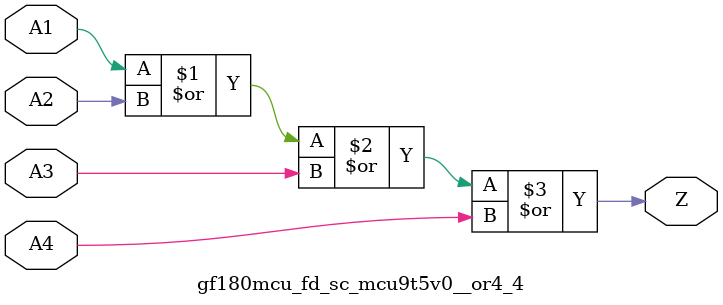
<source format=v>

module gf180mcu_fd_sc_mcu9t5v0__or4_4( A4, A3, A2, A1, Z );
input A1, A2, A3, A4;
output Z;

	or MGM_BG_0( Z, A1, A2, A3, A4 );

endmodule

</source>
